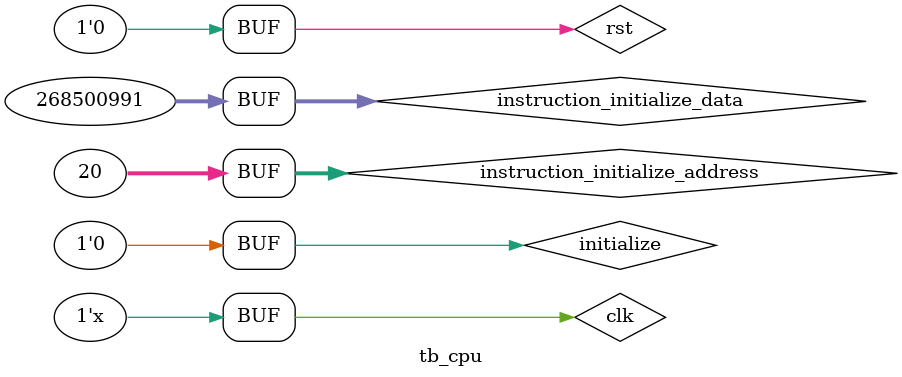
<source format=v>
`timescale 1ns / 1ns


module tb_cpu;

	// Inputs
	reg rst;
	reg clk;
	reg initialize;
	reg [31:0] instruction_initialize_data;
	reg [31:0] instruction_initialize_address;

	// Instantiate the Unit Under Test (UUT)
	cpu uut (
		.rst(rst), 
		.clk(clk), 
		.initialize(initialize), 
		.instruction_initialize_data(instruction_initialize_data), 
		.instruction_initialize_address(instruction_initialize_address)
	);

	initial begin
		// Initialize Inputs
		rst = 1;
		clk = 0;
		initialize = 1;
		instruction_initialize_data = 0;
		instruction_initialize_address = 0;

		#100;
      
		instruction_initialize_address = 0;
		instruction_initialize_data = 32'b000000_00000_00010_00001_00000_10_0000;      // ADD R1, R0, R2
		#20;
		instruction_initialize_address = 4;
		instruction_initialize_data = 32'b000000_00100_00100_01000_00000_10_0010;      // SUB R8, R4, R4
		#20;
		instruction_initialize_address = 8;
		instruction_initialize_data = 32'b000000_00101_00110_00111_00000_10_0101;      // OR R7, R5, R6
		#20;
		instruction_initialize_address = 12;
		instruction_initialize_data = 32'b101011_00000_01001_00000_00000_00_1100;      // SW R9, 12(R0)
		#20;
		instruction_initialize_address = 16;
		instruction_initialize_data = 32'b100011_00000_01100_00000_00000_00_1100;      // LW R12, 12(R0)
		#20	
      instruction_initialize_address = 20;
		instruction_initialize_data = 32'b000100_00000_00000_11111_11111_11_1111;      // BEQ R0, R0, -1
		#20;
		
		initialize = 0;
		rst = 0;
		
	end
      
always
#5 clk = ~clk;
endmodule


</source>
